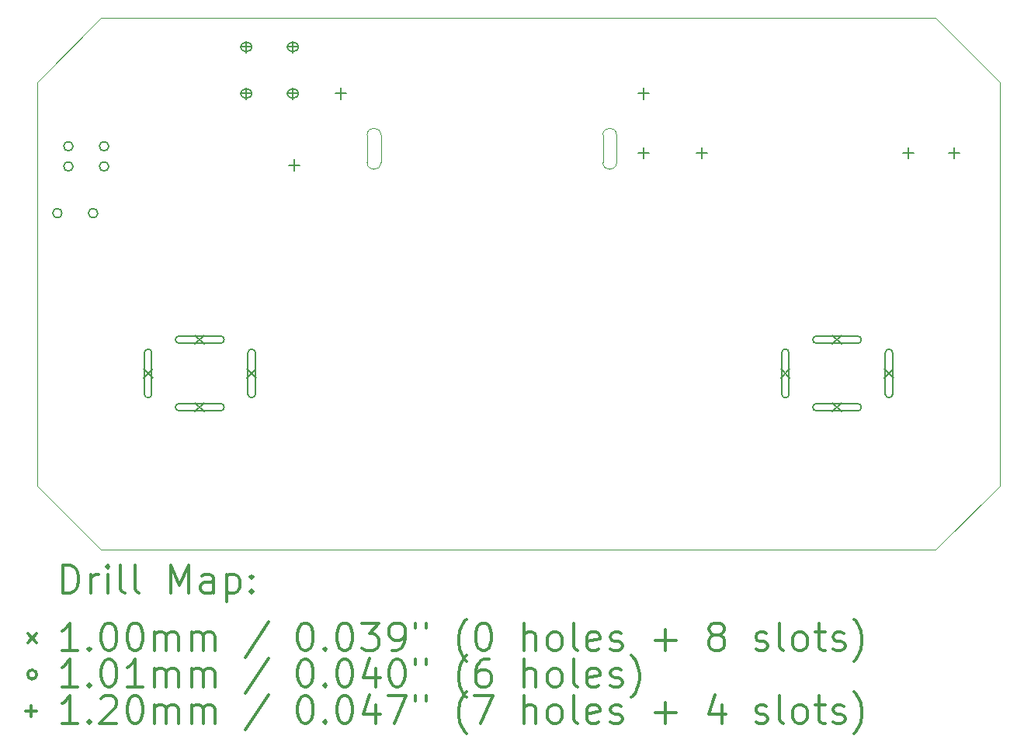
<source format=gbr>
%FSLAX45Y45*%
G04 Gerber Fmt 4.5, Leading zero omitted, Abs format (unit mm)*
G04 Created by KiCad (PCBNEW (5.1.9)-1) date 2021-05-25 00:15:30*
%MOMM*%
%LPD*%
G01*
G04 APERTURE LIST*
%TA.AperFunction,Profile*%
%ADD10C,0.050000*%
%TD*%
%ADD11C,0.200000*%
%ADD12C,0.300000*%
G04 APERTURE END LIST*
D10*
X8321000Y-3275000D02*
X8321000Y-3575000D01*
X8171000Y-3275000D02*
G75*
G02*
X8321000Y-3275000I75000J0D01*
G01*
X8321000Y-3575000D02*
G75*
G02*
X8171000Y-3575000I-75000J0D01*
G01*
X8171000Y-3575000D02*
X8171000Y-3275000D01*
X5750000Y-3575000D02*
G75*
G02*
X5600000Y-3575000I-75000J0D01*
G01*
X5600000Y-3275000D02*
G75*
G02*
X5750000Y-3275000I75000J0D01*
G01*
X5600000Y-3575000D02*
X5600000Y-3275000D01*
X5750000Y-3275000D02*
X5750000Y-3575000D01*
X11800000Y-7800000D02*
X12500000Y-7100000D01*
X2700000Y-7800000D02*
X2000000Y-7100000D01*
X2000000Y-2700000D02*
X2700000Y-2000000D01*
X2000000Y-2700000D02*
X2000000Y-7100000D01*
X11800000Y-7800000D02*
X2700000Y-7800000D01*
X12500000Y-2700000D02*
X12500000Y-7100000D01*
X11800000Y-2000000D02*
X12500000Y-2700000D01*
X2700000Y-2000000D02*
X11800000Y-2000000D01*
D11*
X3161120Y-5825000D02*
X3261120Y-5925000D01*
X3261120Y-5825000D02*
X3161120Y-5925000D01*
X3251120Y-6100000D02*
X3251120Y-5650000D01*
X3171120Y-6100000D02*
X3171120Y-5650000D01*
X3251120Y-5650000D02*
G75*
G03*
X3171120Y-5650000I-40000J0D01*
G01*
X3171120Y-6100000D02*
G75*
G03*
X3251120Y-6100000I40000J0D01*
G01*
X3725000Y-5456700D02*
X3825000Y-5556700D01*
X3825000Y-5456700D02*
X3725000Y-5556700D01*
X3550000Y-5546700D02*
X4000000Y-5546700D01*
X3550000Y-5466700D02*
X4000000Y-5466700D01*
X4000000Y-5546700D02*
G75*
G03*
X4000000Y-5466700I0J40000D01*
G01*
X3550000Y-5466700D02*
G75*
G03*
X3550000Y-5546700I0J-40000D01*
G01*
X3725000Y-6193300D02*
X3825000Y-6293300D01*
X3825000Y-6193300D02*
X3725000Y-6293300D01*
X4000000Y-6203300D02*
X3550000Y-6203300D01*
X4000000Y-6283300D02*
X3550000Y-6283300D01*
X3550000Y-6203300D02*
G75*
G03*
X3550000Y-6283300I0J-40000D01*
G01*
X4000000Y-6283300D02*
G75*
G03*
X4000000Y-6203300I0J40000D01*
G01*
X4291420Y-5825000D02*
X4391420Y-5925000D01*
X4391420Y-5825000D02*
X4291420Y-5925000D01*
X4381420Y-6100000D02*
X4381420Y-5650000D01*
X4301420Y-6100000D02*
X4301420Y-5650000D01*
X4381420Y-5650000D02*
G75*
G03*
X4301420Y-5650000I-40000J0D01*
G01*
X4301420Y-6100000D02*
G75*
G03*
X4381420Y-6100000I40000J0D01*
G01*
X10111120Y-5825300D02*
X10211120Y-5925300D01*
X10211120Y-5825300D02*
X10111120Y-5925300D01*
X10201120Y-6100300D02*
X10201120Y-5650300D01*
X10121120Y-6100300D02*
X10121120Y-5650300D01*
X10201120Y-5650300D02*
G75*
G03*
X10121120Y-5650300I-40000J0D01*
G01*
X10121120Y-6100300D02*
G75*
G03*
X10201120Y-6100300I40000J0D01*
G01*
X10675000Y-5457000D02*
X10775000Y-5557000D01*
X10775000Y-5457000D02*
X10675000Y-5557000D01*
X10500000Y-5547000D02*
X10950000Y-5547000D01*
X10500000Y-5467000D02*
X10950000Y-5467000D01*
X10950000Y-5547000D02*
G75*
G03*
X10950000Y-5467000I0J40000D01*
G01*
X10500000Y-5467000D02*
G75*
G03*
X10500000Y-5547000I0J-40000D01*
G01*
X10675000Y-6193600D02*
X10775000Y-6293600D01*
X10775000Y-6193600D02*
X10675000Y-6293600D01*
X10950000Y-6203600D02*
X10500000Y-6203600D01*
X10950000Y-6283600D02*
X10500000Y-6283600D01*
X10500000Y-6203600D02*
G75*
G03*
X10500000Y-6283600I0J-40000D01*
G01*
X10950000Y-6283600D02*
G75*
G03*
X10950000Y-6203600I0J40000D01*
G01*
X11241420Y-5825300D02*
X11341420Y-5925300D01*
X11341420Y-5825300D02*
X11241420Y-5925300D01*
X11331420Y-6100300D02*
X11331420Y-5650300D01*
X11251420Y-6100300D02*
X11251420Y-5650300D01*
X11331420Y-5650300D02*
G75*
G03*
X11251420Y-5650300I-40000J0D01*
G01*
X11251420Y-6100300D02*
G75*
G03*
X11331420Y-6100300I40000J0D01*
G01*
X2272500Y-4127000D02*
G75*
G03*
X2272500Y-4127000I-50500J0D01*
G01*
X2392500Y-3397000D02*
G75*
G03*
X2392500Y-3397000I-50500J0D01*
G01*
X2392500Y-3617000D02*
G75*
G03*
X2392500Y-3617000I-50500J0D01*
G01*
X2662500Y-4127000D02*
G75*
G03*
X2662500Y-4127000I-50500J0D01*
G01*
X2782500Y-3397000D02*
G75*
G03*
X2782500Y-3397000I-50500J0D01*
G01*
X2782500Y-3617000D02*
G75*
G03*
X2782500Y-3617000I-50500J0D01*
G01*
X4282000Y-2254000D02*
X4282000Y-2374000D01*
X4222000Y-2314000D02*
X4342000Y-2314000D01*
X4272000Y-2364000D02*
X4292000Y-2364000D01*
X4272000Y-2264000D02*
X4292000Y-2264000D01*
X4292000Y-2364000D02*
G75*
G03*
X4292000Y-2264000I0J50000D01*
G01*
X4272000Y-2264000D02*
G75*
G03*
X4272000Y-2364000I0J-50000D01*
G01*
X4282000Y-2762000D02*
X4282000Y-2882000D01*
X4222000Y-2822000D02*
X4342000Y-2822000D01*
X4272000Y-2872000D02*
X4292000Y-2872000D01*
X4272000Y-2772000D02*
X4292000Y-2772000D01*
X4292000Y-2872000D02*
G75*
G03*
X4292000Y-2772000I0J50000D01*
G01*
X4272000Y-2772000D02*
G75*
G03*
X4272000Y-2872000I0J-50000D01*
G01*
X4790000Y-2254000D02*
X4790000Y-2374000D01*
X4730000Y-2314000D02*
X4850000Y-2314000D01*
X4780000Y-2364000D02*
X4800000Y-2364000D01*
X4780000Y-2264000D02*
X4800000Y-2264000D01*
X4800000Y-2364000D02*
G75*
G03*
X4800000Y-2264000I0J50000D01*
G01*
X4780000Y-2264000D02*
G75*
G03*
X4780000Y-2364000I0J-50000D01*
G01*
X4790000Y-2762000D02*
X4790000Y-2882000D01*
X4730000Y-2822000D02*
X4850000Y-2822000D01*
X4780000Y-2872000D02*
X4800000Y-2872000D01*
X4780000Y-2772000D02*
X4800000Y-2772000D01*
X4800000Y-2872000D02*
G75*
G03*
X4800000Y-2772000I0J50000D01*
G01*
X4780000Y-2772000D02*
G75*
G03*
X4780000Y-2872000I0J-50000D01*
G01*
X4804000Y-3542000D02*
X4804000Y-3662000D01*
X4744000Y-3602000D02*
X4864000Y-3602000D01*
X5312000Y-2762000D02*
X5312000Y-2882000D01*
X5252000Y-2822000D02*
X5372000Y-2822000D01*
X8612000Y-2762000D02*
X8612000Y-2882000D01*
X8552000Y-2822000D02*
X8672000Y-2822000D01*
X8614000Y-3412000D02*
X8614000Y-3532000D01*
X8554000Y-3472000D02*
X8674000Y-3472000D01*
X9250000Y-3409000D02*
X9250000Y-3529000D01*
X9190000Y-3469000D02*
X9310000Y-3469000D01*
X11500000Y-3409000D02*
X11500000Y-3529000D01*
X11440000Y-3469000D02*
X11560000Y-3469000D01*
X12000000Y-3409000D02*
X12000000Y-3529000D01*
X11940000Y-3469000D02*
X12060000Y-3469000D01*
D12*
X2283928Y-8268214D02*
X2283928Y-7968214D01*
X2355357Y-7968214D01*
X2398214Y-7982500D01*
X2426786Y-8011071D01*
X2441071Y-8039643D01*
X2455357Y-8096786D01*
X2455357Y-8139643D01*
X2441071Y-8196786D01*
X2426786Y-8225357D01*
X2398214Y-8253929D01*
X2355357Y-8268214D01*
X2283928Y-8268214D01*
X2583928Y-8268214D02*
X2583928Y-8068214D01*
X2583928Y-8125357D02*
X2598214Y-8096786D01*
X2612500Y-8082500D01*
X2641071Y-8068214D01*
X2669643Y-8068214D01*
X2769643Y-8268214D02*
X2769643Y-8068214D01*
X2769643Y-7968214D02*
X2755357Y-7982500D01*
X2769643Y-7996786D01*
X2783928Y-7982500D01*
X2769643Y-7968214D01*
X2769643Y-7996786D01*
X2955357Y-8268214D02*
X2926786Y-8253929D01*
X2912500Y-8225357D01*
X2912500Y-7968214D01*
X3112500Y-8268214D02*
X3083928Y-8253929D01*
X3069643Y-8225357D01*
X3069643Y-7968214D01*
X3455357Y-8268214D02*
X3455357Y-7968214D01*
X3555357Y-8182500D01*
X3655357Y-7968214D01*
X3655357Y-8268214D01*
X3926786Y-8268214D02*
X3926786Y-8111071D01*
X3912500Y-8082500D01*
X3883928Y-8068214D01*
X3826786Y-8068214D01*
X3798214Y-8082500D01*
X3926786Y-8253929D02*
X3898214Y-8268214D01*
X3826786Y-8268214D01*
X3798214Y-8253929D01*
X3783928Y-8225357D01*
X3783928Y-8196786D01*
X3798214Y-8168214D01*
X3826786Y-8153929D01*
X3898214Y-8153929D01*
X3926786Y-8139643D01*
X4069643Y-8068214D02*
X4069643Y-8368214D01*
X4069643Y-8082500D02*
X4098214Y-8068214D01*
X4155357Y-8068214D01*
X4183928Y-8082500D01*
X4198214Y-8096786D01*
X4212500Y-8125357D01*
X4212500Y-8211071D01*
X4198214Y-8239643D01*
X4183928Y-8253929D01*
X4155357Y-8268214D01*
X4098214Y-8268214D01*
X4069643Y-8253929D01*
X4341071Y-8239643D02*
X4355357Y-8253929D01*
X4341071Y-8268214D01*
X4326786Y-8253929D01*
X4341071Y-8239643D01*
X4341071Y-8268214D01*
X4341071Y-8082500D02*
X4355357Y-8096786D01*
X4341071Y-8111071D01*
X4326786Y-8096786D01*
X4341071Y-8082500D01*
X4341071Y-8111071D01*
X1897500Y-8712500D02*
X1997500Y-8812500D01*
X1997500Y-8712500D02*
X1897500Y-8812500D01*
X2441071Y-8898214D02*
X2269643Y-8898214D01*
X2355357Y-8898214D02*
X2355357Y-8598214D01*
X2326786Y-8641072D01*
X2298214Y-8669643D01*
X2269643Y-8683929D01*
X2569643Y-8869643D02*
X2583928Y-8883929D01*
X2569643Y-8898214D01*
X2555357Y-8883929D01*
X2569643Y-8869643D01*
X2569643Y-8898214D01*
X2769643Y-8598214D02*
X2798214Y-8598214D01*
X2826786Y-8612500D01*
X2841071Y-8626786D01*
X2855357Y-8655357D01*
X2869643Y-8712500D01*
X2869643Y-8783929D01*
X2855357Y-8841072D01*
X2841071Y-8869643D01*
X2826786Y-8883929D01*
X2798214Y-8898214D01*
X2769643Y-8898214D01*
X2741071Y-8883929D01*
X2726786Y-8869643D01*
X2712500Y-8841072D01*
X2698214Y-8783929D01*
X2698214Y-8712500D01*
X2712500Y-8655357D01*
X2726786Y-8626786D01*
X2741071Y-8612500D01*
X2769643Y-8598214D01*
X3055357Y-8598214D02*
X3083928Y-8598214D01*
X3112500Y-8612500D01*
X3126786Y-8626786D01*
X3141071Y-8655357D01*
X3155357Y-8712500D01*
X3155357Y-8783929D01*
X3141071Y-8841072D01*
X3126786Y-8869643D01*
X3112500Y-8883929D01*
X3083928Y-8898214D01*
X3055357Y-8898214D01*
X3026786Y-8883929D01*
X3012500Y-8869643D01*
X2998214Y-8841072D01*
X2983928Y-8783929D01*
X2983928Y-8712500D01*
X2998214Y-8655357D01*
X3012500Y-8626786D01*
X3026786Y-8612500D01*
X3055357Y-8598214D01*
X3283928Y-8898214D02*
X3283928Y-8698214D01*
X3283928Y-8726786D02*
X3298214Y-8712500D01*
X3326786Y-8698214D01*
X3369643Y-8698214D01*
X3398214Y-8712500D01*
X3412500Y-8741072D01*
X3412500Y-8898214D01*
X3412500Y-8741072D02*
X3426786Y-8712500D01*
X3455357Y-8698214D01*
X3498214Y-8698214D01*
X3526786Y-8712500D01*
X3541071Y-8741072D01*
X3541071Y-8898214D01*
X3683928Y-8898214D02*
X3683928Y-8698214D01*
X3683928Y-8726786D02*
X3698214Y-8712500D01*
X3726786Y-8698214D01*
X3769643Y-8698214D01*
X3798214Y-8712500D01*
X3812500Y-8741072D01*
X3812500Y-8898214D01*
X3812500Y-8741072D02*
X3826786Y-8712500D01*
X3855357Y-8698214D01*
X3898214Y-8698214D01*
X3926786Y-8712500D01*
X3941071Y-8741072D01*
X3941071Y-8898214D01*
X4526786Y-8583929D02*
X4269643Y-8969643D01*
X4912500Y-8598214D02*
X4941071Y-8598214D01*
X4969643Y-8612500D01*
X4983928Y-8626786D01*
X4998214Y-8655357D01*
X5012500Y-8712500D01*
X5012500Y-8783929D01*
X4998214Y-8841072D01*
X4983928Y-8869643D01*
X4969643Y-8883929D01*
X4941071Y-8898214D01*
X4912500Y-8898214D01*
X4883928Y-8883929D01*
X4869643Y-8869643D01*
X4855357Y-8841072D01*
X4841071Y-8783929D01*
X4841071Y-8712500D01*
X4855357Y-8655357D01*
X4869643Y-8626786D01*
X4883928Y-8612500D01*
X4912500Y-8598214D01*
X5141071Y-8869643D02*
X5155357Y-8883929D01*
X5141071Y-8898214D01*
X5126786Y-8883929D01*
X5141071Y-8869643D01*
X5141071Y-8898214D01*
X5341071Y-8598214D02*
X5369643Y-8598214D01*
X5398214Y-8612500D01*
X5412500Y-8626786D01*
X5426786Y-8655357D01*
X5441071Y-8712500D01*
X5441071Y-8783929D01*
X5426786Y-8841072D01*
X5412500Y-8869643D01*
X5398214Y-8883929D01*
X5369643Y-8898214D01*
X5341071Y-8898214D01*
X5312500Y-8883929D01*
X5298214Y-8869643D01*
X5283928Y-8841072D01*
X5269643Y-8783929D01*
X5269643Y-8712500D01*
X5283928Y-8655357D01*
X5298214Y-8626786D01*
X5312500Y-8612500D01*
X5341071Y-8598214D01*
X5541071Y-8598214D02*
X5726786Y-8598214D01*
X5626786Y-8712500D01*
X5669643Y-8712500D01*
X5698214Y-8726786D01*
X5712500Y-8741072D01*
X5726786Y-8769643D01*
X5726786Y-8841072D01*
X5712500Y-8869643D01*
X5698214Y-8883929D01*
X5669643Y-8898214D01*
X5583928Y-8898214D01*
X5555357Y-8883929D01*
X5541071Y-8869643D01*
X5869643Y-8898214D02*
X5926786Y-8898214D01*
X5955357Y-8883929D01*
X5969643Y-8869643D01*
X5998214Y-8826786D01*
X6012500Y-8769643D01*
X6012500Y-8655357D01*
X5998214Y-8626786D01*
X5983928Y-8612500D01*
X5955357Y-8598214D01*
X5898214Y-8598214D01*
X5869643Y-8612500D01*
X5855357Y-8626786D01*
X5841071Y-8655357D01*
X5841071Y-8726786D01*
X5855357Y-8755357D01*
X5869643Y-8769643D01*
X5898214Y-8783929D01*
X5955357Y-8783929D01*
X5983928Y-8769643D01*
X5998214Y-8755357D01*
X6012500Y-8726786D01*
X6126786Y-8598214D02*
X6126786Y-8655357D01*
X6241071Y-8598214D02*
X6241071Y-8655357D01*
X6683928Y-9012500D02*
X6669643Y-8998214D01*
X6641071Y-8955357D01*
X6626786Y-8926786D01*
X6612500Y-8883929D01*
X6598214Y-8812500D01*
X6598214Y-8755357D01*
X6612500Y-8683929D01*
X6626786Y-8641072D01*
X6641071Y-8612500D01*
X6669643Y-8569643D01*
X6683928Y-8555357D01*
X6855357Y-8598214D02*
X6883928Y-8598214D01*
X6912500Y-8612500D01*
X6926786Y-8626786D01*
X6941071Y-8655357D01*
X6955357Y-8712500D01*
X6955357Y-8783929D01*
X6941071Y-8841072D01*
X6926786Y-8869643D01*
X6912500Y-8883929D01*
X6883928Y-8898214D01*
X6855357Y-8898214D01*
X6826786Y-8883929D01*
X6812500Y-8869643D01*
X6798214Y-8841072D01*
X6783928Y-8783929D01*
X6783928Y-8712500D01*
X6798214Y-8655357D01*
X6812500Y-8626786D01*
X6826786Y-8612500D01*
X6855357Y-8598214D01*
X7312500Y-8898214D02*
X7312500Y-8598214D01*
X7441071Y-8898214D02*
X7441071Y-8741072D01*
X7426786Y-8712500D01*
X7398214Y-8698214D01*
X7355357Y-8698214D01*
X7326786Y-8712500D01*
X7312500Y-8726786D01*
X7626786Y-8898214D02*
X7598214Y-8883929D01*
X7583928Y-8869643D01*
X7569643Y-8841072D01*
X7569643Y-8755357D01*
X7583928Y-8726786D01*
X7598214Y-8712500D01*
X7626786Y-8698214D01*
X7669643Y-8698214D01*
X7698214Y-8712500D01*
X7712500Y-8726786D01*
X7726786Y-8755357D01*
X7726786Y-8841072D01*
X7712500Y-8869643D01*
X7698214Y-8883929D01*
X7669643Y-8898214D01*
X7626786Y-8898214D01*
X7898214Y-8898214D02*
X7869643Y-8883929D01*
X7855357Y-8855357D01*
X7855357Y-8598214D01*
X8126786Y-8883929D02*
X8098214Y-8898214D01*
X8041071Y-8898214D01*
X8012500Y-8883929D01*
X7998214Y-8855357D01*
X7998214Y-8741072D01*
X8012500Y-8712500D01*
X8041071Y-8698214D01*
X8098214Y-8698214D01*
X8126786Y-8712500D01*
X8141071Y-8741072D01*
X8141071Y-8769643D01*
X7998214Y-8798214D01*
X8255357Y-8883929D02*
X8283928Y-8898214D01*
X8341071Y-8898214D01*
X8369643Y-8883929D01*
X8383928Y-8855357D01*
X8383928Y-8841072D01*
X8369643Y-8812500D01*
X8341071Y-8798214D01*
X8298214Y-8798214D01*
X8269643Y-8783929D01*
X8255357Y-8755357D01*
X8255357Y-8741072D01*
X8269643Y-8712500D01*
X8298214Y-8698214D01*
X8341071Y-8698214D01*
X8369643Y-8712500D01*
X8741071Y-8783929D02*
X8969643Y-8783929D01*
X8855357Y-8898214D02*
X8855357Y-8669643D01*
X9383928Y-8726786D02*
X9355357Y-8712500D01*
X9341071Y-8698214D01*
X9326786Y-8669643D01*
X9326786Y-8655357D01*
X9341071Y-8626786D01*
X9355357Y-8612500D01*
X9383928Y-8598214D01*
X9441071Y-8598214D01*
X9469643Y-8612500D01*
X9483928Y-8626786D01*
X9498214Y-8655357D01*
X9498214Y-8669643D01*
X9483928Y-8698214D01*
X9469643Y-8712500D01*
X9441071Y-8726786D01*
X9383928Y-8726786D01*
X9355357Y-8741072D01*
X9341071Y-8755357D01*
X9326786Y-8783929D01*
X9326786Y-8841072D01*
X9341071Y-8869643D01*
X9355357Y-8883929D01*
X9383928Y-8898214D01*
X9441071Y-8898214D01*
X9469643Y-8883929D01*
X9483928Y-8869643D01*
X9498214Y-8841072D01*
X9498214Y-8783929D01*
X9483928Y-8755357D01*
X9469643Y-8741072D01*
X9441071Y-8726786D01*
X9841071Y-8883929D02*
X9869643Y-8898214D01*
X9926786Y-8898214D01*
X9955357Y-8883929D01*
X9969643Y-8855357D01*
X9969643Y-8841072D01*
X9955357Y-8812500D01*
X9926786Y-8798214D01*
X9883928Y-8798214D01*
X9855357Y-8783929D01*
X9841071Y-8755357D01*
X9841071Y-8741072D01*
X9855357Y-8712500D01*
X9883928Y-8698214D01*
X9926786Y-8698214D01*
X9955357Y-8712500D01*
X10141071Y-8898214D02*
X10112500Y-8883929D01*
X10098214Y-8855357D01*
X10098214Y-8598214D01*
X10298214Y-8898214D02*
X10269643Y-8883929D01*
X10255357Y-8869643D01*
X10241071Y-8841072D01*
X10241071Y-8755357D01*
X10255357Y-8726786D01*
X10269643Y-8712500D01*
X10298214Y-8698214D01*
X10341071Y-8698214D01*
X10369643Y-8712500D01*
X10383928Y-8726786D01*
X10398214Y-8755357D01*
X10398214Y-8841072D01*
X10383928Y-8869643D01*
X10369643Y-8883929D01*
X10341071Y-8898214D01*
X10298214Y-8898214D01*
X10483928Y-8698214D02*
X10598214Y-8698214D01*
X10526786Y-8598214D02*
X10526786Y-8855357D01*
X10541071Y-8883929D01*
X10569643Y-8898214D01*
X10598214Y-8898214D01*
X10683928Y-8883929D02*
X10712500Y-8898214D01*
X10769643Y-8898214D01*
X10798214Y-8883929D01*
X10812500Y-8855357D01*
X10812500Y-8841072D01*
X10798214Y-8812500D01*
X10769643Y-8798214D01*
X10726786Y-8798214D01*
X10698214Y-8783929D01*
X10683928Y-8755357D01*
X10683928Y-8741072D01*
X10698214Y-8712500D01*
X10726786Y-8698214D01*
X10769643Y-8698214D01*
X10798214Y-8712500D01*
X10912500Y-9012500D02*
X10926786Y-8998214D01*
X10955357Y-8955357D01*
X10969643Y-8926786D01*
X10983928Y-8883929D01*
X10998214Y-8812500D01*
X10998214Y-8755357D01*
X10983928Y-8683929D01*
X10969643Y-8641072D01*
X10955357Y-8612500D01*
X10926786Y-8569643D01*
X10912500Y-8555357D01*
X1997500Y-9158500D02*
G75*
G03*
X1997500Y-9158500I-50500J0D01*
G01*
X2441071Y-9294214D02*
X2269643Y-9294214D01*
X2355357Y-9294214D02*
X2355357Y-8994214D01*
X2326786Y-9037072D01*
X2298214Y-9065643D01*
X2269643Y-9079929D01*
X2569643Y-9265643D02*
X2583928Y-9279929D01*
X2569643Y-9294214D01*
X2555357Y-9279929D01*
X2569643Y-9265643D01*
X2569643Y-9294214D01*
X2769643Y-8994214D02*
X2798214Y-8994214D01*
X2826786Y-9008500D01*
X2841071Y-9022786D01*
X2855357Y-9051357D01*
X2869643Y-9108500D01*
X2869643Y-9179929D01*
X2855357Y-9237072D01*
X2841071Y-9265643D01*
X2826786Y-9279929D01*
X2798214Y-9294214D01*
X2769643Y-9294214D01*
X2741071Y-9279929D01*
X2726786Y-9265643D01*
X2712500Y-9237072D01*
X2698214Y-9179929D01*
X2698214Y-9108500D01*
X2712500Y-9051357D01*
X2726786Y-9022786D01*
X2741071Y-9008500D01*
X2769643Y-8994214D01*
X3155357Y-9294214D02*
X2983928Y-9294214D01*
X3069643Y-9294214D02*
X3069643Y-8994214D01*
X3041071Y-9037072D01*
X3012500Y-9065643D01*
X2983928Y-9079929D01*
X3283928Y-9294214D02*
X3283928Y-9094214D01*
X3283928Y-9122786D02*
X3298214Y-9108500D01*
X3326786Y-9094214D01*
X3369643Y-9094214D01*
X3398214Y-9108500D01*
X3412500Y-9137072D01*
X3412500Y-9294214D01*
X3412500Y-9137072D02*
X3426786Y-9108500D01*
X3455357Y-9094214D01*
X3498214Y-9094214D01*
X3526786Y-9108500D01*
X3541071Y-9137072D01*
X3541071Y-9294214D01*
X3683928Y-9294214D02*
X3683928Y-9094214D01*
X3683928Y-9122786D02*
X3698214Y-9108500D01*
X3726786Y-9094214D01*
X3769643Y-9094214D01*
X3798214Y-9108500D01*
X3812500Y-9137072D01*
X3812500Y-9294214D01*
X3812500Y-9137072D02*
X3826786Y-9108500D01*
X3855357Y-9094214D01*
X3898214Y-9094214D01*
X3926786Y-9108500D01*
X3941071Y-9137072D01*
X3941071Y-9294214D01*
X4526786Y-8979929D02*
X4269643Y-9365643D01*
X4912500Y-8994214D02*
X4941071Y-8994214D01*
X4969643Y-9008500D01*
X4983928Y-9022786D01*
X4998214Y-9051357D01*
X5012500Y-9108500D01*
X5012500Y-9179929D01*
X4998214Y-9237072D01*
X4983928Y-9265643D01*
X4969643Y-9279929D01*
X4941071Y-9294214D01*
X4912500Y-9294214D01*
X4883928Y-9279929D01*
X4869643Y-9265643D01*
X4855357Y-9237072D01*
X4841071Y-9179929D01*
X4841071Y-9108500D01*
X4855357Y-9051357D01*
X4869643Y-9022786D01*
X4883928Y-9008500D01*
X4912500Y-8994214D01*
X5141071Y-9265643D02*
X5155357Y-9279929D01*
X5141071Y-9294214D01*
X5126786Y-9279929D01*
X5141071Y-9265643D01*
X5141071Y-9294214D01*
X5341071Y-8994214D02*
X5369643Y-8994214D01*
X5398214Y-9008500D01*
X5412500Y-9022786D01*
X5426786Y-9051357D01*
X5441071Y-9108500D01*
X5441071Y-9179929D01*
X5426786Y-9237072D01*
X5412500Y-9265643D01*
X5398214Y-9279929D01*
X5369643Y-9294214D01*
X5341071Y-9294214D01*
X5312500Y-9279929D01*
X5298214Y-9265643D01*
X5283928Y-9237072D01*
X5269643Y-9179929D01*
X5269643Y-9108500D01*
X5283928Y-9051357D01*
X5298214Y-9022786D01*
X5312500Y-9008500D01*
X5341071Y-8994214D01*
X5698214Y-9094214D02*
X5698214Y-9294214D01*
X5626786Y-8979929D02*
X5555357Y-9194214D01*
X5741071Y-9194214D01*
X5912500Y-8994214D02*
X5941071Y-8994214D01*
X5969643Y-9008500D01*
X5983928Y-9022786D01*
X5998214Y-9051357D01*
X6012500Y-9108500D01*
X6012500Y-9179929D01*
X5998214Y-9237072D01*
X5983928Y-9265643D01*
X5969643Y-9279929D01*
X5941071Y-9294214D01*
X5912500Y-9294214D01*
X5883928Y-9279929D01*
X5869643Y-9265643D01*
X5855357Y-9237072D01*
X5841071Y-9179929D01*
X5841071Y-9108500D01*
X5855357Y-9051357D01*
X5869643Y-9022786D01*
X5883928Y-9008500D01*
X5912500Y-8994214D01*
X6126786Y-8994214D02*
X6126786Y-9051357D01*
X6241071Y-8994214D02*
X6241071Y-9051357D01*
X6683928Y-9408500D02*
X6669643Y-9394214D01*
X6641071Y-9351357D01*
X6626786Y-9322786D01*
X6612500Y-9279929D01*
X6598214Y-9208500D01*
X6598214Y-9151357D01*
X6612500Y-9079929D01*
X6626786Y-9037072D01*
X6641071Y-9008500D01*
X6669643Y-8965643D01*
X6683928Y-8951357D01*
X6926786Y-8994214D02*
X6869643Y-8994214D01*
X6841071Y-9008500D01*
X6826786Y-9022786D01*
X6798214Y-9065643D01*
X6783928Y-9122786D01*
X6783928Y-9237072D01*
X6798214Y-9265643D01*
X6812500Y-9279929D01*
X6841071Y-9294214D01*
X6898214Y-9294214D01*
X6926786Y-9279929D01*
X6941071Y-9265643D01*
X6955357Y-9237072D01*
X6955357Y-9165643D01*
X6941071Y-9137072D01*
X6926786Y-9122786D01*
X6898214Y-9108500D01*
X6841071Y-9108500D01*
X6812500Y-9122786D01*
X6798214Y-9137072D01*
X6783928Y-9165643D01*
X7312500Y-9294214D02*
X7312500Y-8994214D01*
X7441071Y-9294214D02*
X7441071Y-9137072D01*
X7426786Y-9108500D01*
X7398214Y-9094214D01*
X7355357Y-9094214D01*
X7326786Y-9108500D01*
X7312500Y-9122786D01*
X7626786Y-9294214D02*
X7598214Y-9279929D01*
X7583928Y-9265643D01*
X7569643Y-9237072D01*
X7569643Y-9151357D01*
X7583928Y-9122786D01*
X7598214Y-9108500D01*
X7626786Y-9094214D01*
X7669643Y-9094214D01*
X7698214Y-9108500D01*
X7712500Y-9122786D01*
X7726786Y-9151357D01*
X7726786Y-9237072D01*
X7712500Y-9265643D01*
X7698214Y-9279929D01*
X7669643Y-9294214D01*
X7626786Y-9294214D01*
X7898214Y-9294214D02*
X7869643Y-9279929D01*
X7855357Y-9251357D01*
X7855357Y-8994214D01*
X8126786Y-9279929D02*
X8098214Y-9294214D01*
X8041071Y-9294214D01*
X8012500Y-9279929D01*
X7998214Y-9251357D01*
X7998214Y-9137072D01*
X8012500Y-9108500D01*
X8041071Y-9094214D01*
X8098214Y-9094214D01*
X8126786Y-9108500D01*
X8141071Y-9137072D01*
X8141071Y-9165643D01*
X7998214Y-9194214D01*
X8255357Y-9279929D02*
X8283928Y-9294214D01*
X8341071Y-9294214D01*
X8369643Y-9279929D01*
X8383928Y-9251357D01*
X8383928Y-9237072D01*
X8369643Y-9208500D01*
X8341071Y-9194214D01*
X8298214Y-9194214D01*
X8269643Y-9179929D01*
X8255357Y-9151357D01*
X8255357Y-9137072D01*
X8269643Y-9108500D01*
X8298214Y-9094214D01*
X8341071Y-9094214D01*
X8369643Y-9108500D01*
X8483928Y-9408500D02*
X8498214Y-9394214D01*
X8526786Y-9351357D01*
X8541071Y-9322786D01*
X8555357Y-9279929D01*
X8569643Y-9208500D01*
X8569643Y-9151357D01*
X8555357Y-9079929D01*
X8541071Y-9037072D01*
X8526786Y-9008500D01*
X8498214Y-8965643D01*
X8483928Y-8951357D01*
X1937500Y-9494500D02*
X1937500Y-9614500D01*
X1877500Y-9554500D02*
X1997500Y-9554500D01*
X2441071Y-9690214D02*
X2269643Y-9690214D01*
X2355357Y-9690214D02*
X2355357Y-9390214D01*
X2326786Y-9433072D01*
X2298214Y-9461643D01*
X2269643Y-9475929D01*
X2569643Y-9661643D02*
X2583928Y-9675929D01*
X2569643Y-9690214D01*
X2555357Y-9675929D01*
X2569643Y-9661643D01*
X2569643Y-9690214D01*
X2698214Y-9418786D02*
X2712500Y-9404500D01*
X2741071Y-9390214D01*
X2812500Y-9390214D01*
X2841071Y-9404500D01*
X2855357Y-9418786D01*
X2869643Y-9447357D01*
X2869643Y-9475929D01*
X2855357Y-9518786D01*
X2683928Y-9690214D01*
X2869643Y-9690214D01*
X3055357Y-9390214D02*
X3083928Y-9390214D01*
X3112500Y-9404500D01*
X3126786Y-9418786D01*
X3141071Y-9447357D01*
X3155357Y-9504500D01*
X3155357Y-9575929D01*
X3141071Y-9633072D01*
X3126786Y-9661643D01*
X3112500Y-9675929D01*
X3083928Y-9690214D01*
X3055357Y-9690214D01*
X3026786Y-9675929D01*
X3012500Y-9661643D01*
X2998214Y-9633072D01*
X2983928Y-9575929D01*
X2983928Y-9504500D01*
X2998214Y-9447357D01*
X3012500Y-9418786D01*
X3026786Y-9404500D01*
X3055357Y-9390214D01*
X3283928Y-9690214D02*
X3283928Y-9490214D01*
X3283928Y-9518786D02*
X3298214Y-9504500D01*
X3326786Y-9490214D01*
X3369643Y-9490214D01*
X3398214Y-9504500D01*
X3412500Y-9533072D01*
X3412500Y-9690214D01*
X3412500Y-9533072D02*
X3426786Y-9504500D01*
X3455357Y-9490214D01*
X3498214Y-9490214D01*
X3526786Y-9504500D01*
X3541071Y-9533072D01*
X3541071Y-9690214D01*
X3683928Y-9690214D02*
X3683928Y-9490214D01*
X3683928Y-9518786D02*
X3698214Y-9504500D01*
X3726786Y-9490214D01*
X3769643Y-9490214D01*
X3798214Y-9504500D01*
X3812500Y-9533072D01*
X3812500Y-9690214D01*
X3812500Y-9533072D02*
X3826786Y-9504500D01*
X3855357Y-9490214D01*
X3898214Y-9490214D01*
X3926786Y-9504500D01*
X3941071Y-9533072D01*
X3941071Y-9690214D01*
X4526786Y-9375929D02*
X4269643Y-9761643D01*
X4912500Y-9390214D02*
X4941071Y-9390214D01*
X4969643Y-9404500D01*
X4983928Y-9418786D01*
X4998214Y-9447357D01*
X5012500Y-9504500D01*
X5012500Y-9575929D01*
X4998214Y-9633072D01*
X4983928Y-9661643D01*
X4969643Y-9675929D01*
X4941071Y-9690214D01*
X4912500Y-9690214D01*
X4883928Y-9675929D01*
X4869643Y-9661643D01*
X4855357Y-9633072D01*
X4841071Y-9575929D01*
X4841071Y-9504500D01*
X4855357Y-9447357D01*
X4869643Y-9418786D01*
X4883928Y-9404500D01*
X4912500Y-9390214D01*
X5141071Y-9661643D02*
X5155357Y-9675929D01*
X5141071Y-9690214D01*
X5126786Y-9675929D01*
X5141071Y-9661643D01*
X5141071Y-9690214D01*
X5341071Y-9390214D02*
X5369643Y-9390214D01*
X5398214Y-9404500D01*
X5412500Y-9418786D01*
X5426786Y-9447357D01*
X5441071Y-9504500D01*
X5441071Y-9575929D01*
X5426786Y-9633072D01*
X5412500Y-9661643D01*
X5398214Y-9675929D01*
X5369643Y-9690214D01*
X5341071Y-9690214D01*
X5312500Y-9675929D01*
X5298214Y-9661643D01*
X5283928Y-9633072D01*
X5269643Y-9575929D01*
X5269643Y-9504500D01*
X5283928Y-9447357D01*
X5298214Y-9418786D01*
X5312500Y-9404500D01*
X5341071Y-9390214D01*
X5698214Y-9490214D02*
X5698214Y-9690214D01*
X5626786Y-9375929D02*
X5555357Y-9590214D01*
X5741071Y-9590214D01*
X5826786Y-9390214D02*
X6026786Y-9390214D01*
X5898214Y-9690214D01*
X6126786Y-9390214D02*
X6126786Y-9447357D01*
X6241071Y-9390214D02*
X6241071Y-9447357D01*
X6683928Y-9804500D02*
X6669643Y-9790214D01*
X6641071Y-9747357D01*
X6626786Y-9718786D01*
X6612500Y-9675929D01*
X6598214Y-9604500D01*
X6598214Y-9547357D01*
X6612500Y-9475929D01*
X6626786Y-9433072D01*
X6641071Y-9404500D01*
X6669643Y-9361643D01*
X6683928Y-9347357D01*
X6769643Y-9390214D02*
X6969643Y-9390214D01*
X6841071Y-9690214D01*
X7312500Y-9690214D02*
X7312500Y-9390214D01*
X7441071Y-9690214D02*
X7441071Y-9533072D01*
X7426786Y-9504500D01*
X7398214Y-9490214D01*
X7355357Y-9490214D01*
X7326786Y-9504500D01*
X7312500Y-9518786D01*
X7626786Y-9690214D02*
X7598214Y-9675929D01*
X7583928Y-9661643D01*
X7569643Y-9633072D01*
X7569643Y-9547357D01*
X7583928Y-9518786D01*
X7598214Y-9504500D01*
X7626786Y-9490214D01*
X7669643Y-9490214D01*
X7698214Y-9504500D01*
X7712500Y-9518786D01*
X7726786Y-9547357D01*
X7726786Y-9633072D01*
X7712500Y-9661643D01*
X7698214Y-9675929D01*
X7669643Y-9690214D01*
X7626786Y-9690214D01*
X7898214Y-9690214D02*
X7869643Y-9675929D01*
X7855357Y-9647357D01*
X7855357Y-9390214D01*
X8126786Y-9675929D02*
X8098214Y-9690214D01*
X8041071Y-9690214D01*
X8012500Y-9675929D01*
X7998214Y-9647357D01*
X7998214Y-9533072D01*
X8012500Y-9504500D01*
X8041071Y-9490214D01*
X8098214Y-9490214D01*
X8126786Y-9504500D01*
X8141071Y-9533072D01*
X8141071Y-9561643D01*
X7998214Y-9590214D01*
X8255357Y-9675929D02*
X8283928Y-9690214D01*
X8341071Y-9690214D01*
X8369643Y-9675929D01*
X8383928Y-9647357D01*
X8383928Y-9633072D01*
X8369643Y-9604500D01*
X8341071Y-9590214D01*
X8298214Y-9590214D01*
X8269643Y-9575929D01*
X8255357Y-9547357D01*
X8255357Y-9533072D01*
X8269643Y-9504500D01*
X8298214Y-9490214D01*
X8341071Y-9490214D01*
X8369643Y-9504500D01*
X8741071Y-9575929D02*
X8969643Y-9575929D01*
X8855357Y-9690214D02*
X8855357Y-9461643D01*
X9469643Y-9490214D02*
X9469643Y-9690214D01*
X9398214Y-9375929D02*
X9326786Y-9590214D01*
X9512500Y-9590214D01*
X9841071Y-9675929D02*
X9869643Y-9690214D01*
X9926786Y-9690214D01*
X9955357Y-9675929D01*
X9969643Y-9647357D01*
X9969643Y-9633072D01*
X9955357Y-9604500D01*
X9926786Y-9590214D01*
X9883928Y-9590214D01*
X9855357Y-9575929D01*
X9841071Y-9547357D01*
X9841071Y-9533072D01*
X9855357Y-9504500D01*
X9883928Y-9490214D01*
X9926786Y-9490214D01*
X9955357Y-9504500D01*
X10141071Y-9690214D02*
X10112500Y-9675929D01*
X10098214Y-9647357D01*
X10098214Y-9390214D01*
X10298214Y-9690214D02*
X10269643Y-9675929D01*
X10255357Y-9661643D01*
X10241071Y-9633072D01*
X10241071Y-9547357D01*
X10255357Y-9518786D01*
X10269643Y-9504500D01*
X10298214Y-9490214D01*
X10341071Y-9490214D01*
X10369643Y-9504500D01*
X10383928Y-9518786D01*
X10398214Y-9547357D01*
X10398214Y-9633072D01*
X10383928Y-9661643D01*
X10369643Y-9675929D01*
X10341071Y-9690214D01*
X10298214Y-9690214D01*
X10483928Y-9490214D02*
X10598214Y-9490214D01*
X10526786Y-9390214D02*
X10526786Y-9647357D01*
X10541071Y-9675929D01*
X10569643Y-9690214D01*
X10598214Y-9690214D01*
X10683928Y-9675929D02*
X10712500Y-9690214D01*
X10769643Y-9690214D01*
X10798214Y-9675929D01*
X10812500Y-9647357D01*
X10812500Y-9633072D01*
X10798214Y-9604500D01*
X10769643Y-9590214D01*
X10726786Y-9590214D01*
X10698214Y-9575929D01*
X10683928Y-9547357D01*
X10683928Y-9533072D01*
X10698214Y-9504500D01*
X10726786Y-9490214D01*
X10769643Y-9490214D01*
X10798214Y-9504500D01*
X10912500Y-9804500D02*
X10926786Y-9790214D01*
X10955357Y-9747357D01*
X10969643Y-9718786D01*
X10983928Y-9675929D01*
X10998214Y-9604500D01*
X10998214Y-9547357D01*
X10983928Y-9475929D01*
X10969643Y-9433072D01*
X10955357Y-9404500D01*
X10926786Y-9361643D01*
X10912500Y-9347357D01*
M02*

</source>
